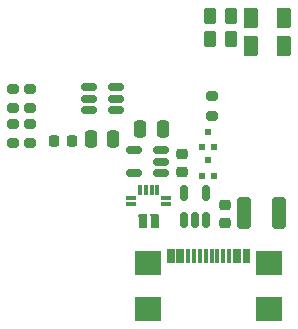
<source format=gtp>
G04 #@! TF.GenerationSoftware,KiCad,Pcbnew,7.0.9*
G04 #@! TF.CreationDate,2024-02-15T19:09:08+01:00*
G04 #@! TF.ProjectId,USBussy_Current_Probe,55534275-7373-4795-9f43-757272656e74,1.0*
G04 #@! TF.SameCoordinates,Original*
G04 #@! TF.FileFunction,Paste,Top*
G04 #@! TF.FilePolarity,Positive*
%FSLAX46Y46*%
G04 Gerber Fmt 4.6, Leading zero omitted, Abs format (unit mm)*
G04 Created by KiCad (PCBNEW 7.0.9) date 2024-02-15 19:09:08*
%MOMM*%
%LPD*%
G01*
G04 APERTURE LIST*
G04 Aperture macros list*
%AMRoundRect*
0 Rectangle with rounded corners*
0 $1 Rounding radius*
0 $2 $3 $4 $5 $6 $7 $8 $9 X,Y pos of 4 corners*
0 Add a 4 corners polygon primitive as box body*
4,1,4,$2,$3,$4,$5,$6,$7,$8,$9,$2,$3,0*
0 Add four circle primitives for the rounded corners*
1,1,$1+$1,$2,$3*
1,1,$1+$1,$4,$5*
1,1,$1+$1,$6,$7*
1,1,$1+$1,$8,$9*
0 Add four rect primitives between the rounded corners*
20,1,$1+$1,$2,$3,$4,$5,0*
20,1,$1+$1,$4,$5,$6,$7,0*
20,1,$1+$1,$6,$7,$8,$9,0*
20,1,$1+$1,$8,$9,$2,$3,0*%
%AMRotRect*
0 Rectangle, with rotation*
0 The origin of the aperture is its center*
0 $1 length*
0 $2 width*
0 $3 Rotation angle, in degrees counterclockwise*
0 Add horizontal line*
21,1,$1,$2,0,0,$3*%
G04 Aperture macros list end*
%ADD10R,0.800000X1.070000*%
%ADD11RotRect,0.282800X0.282800X135.000000*%
%ADD12R,0.600000X0.200000*%
%ADD13R,0.850000X0.300000*%
%ADD14R,0.300000X0.850000*%
%ADD15RoundRect,0.250000X0.375000X0.625000X-0.375000X0.625000X-0.375000X-0.625000X0.375000X-0.625000X0*%
%ADD16RoundRect,0.200000X0.275000X-0.200000X0.275000X0.200000X-0.275000X0.200000X-0.275000X-0.200000X0*%
%ADD17R,0.300000X1.150000*%
%ADD18R,2.180000X2.000000*%
%ADD19R,0.500000X0.600000*%
%ADD20RoundRect,0.225000X0.225000X0.250000X-0.225000X0.250000X-0.225000X-0.250000X0.225000X-0.250000X0*%
%ADD21RoundRect,0.225000X-0.250000X0.225000X-0.250000X-0.225000X0.250000X-0.225000X0.250000X0.225000X0*%
%ADD22RoundRect,0.250000X0.250000X0.475000X-0.250000X0.475000X-0.250000X-0.475000X0.250000X-0.475000X0*%
%ADD23RoundRect,0.150000X0.512500X0.150000X-0.512500X0.150000X-0.512500X-0.150000X0.512500X-0.150000X0*%
%ADD24RoundRect,0.200000X-0.275000X0.200000X-0.275000X-0.200000X0.275000X-0.200000X0.275000X0.200000X0*%
%ADD25RoundRect,0.250000X0.262500X0.450000X-0.262500X0.450000X-0.262500X-0.450000X0.262500X-0.450000X0*%
%ADD26RoundRect,0.250000X0.325000X1.100000X-0.325000X1.100000X-0.325000X-1.100000X0.325000X-1.100000X0*%
%ADD27RoundRect,0.150000X0.150000X-0.512500X0.150000X0.512500X-0.150000X0.512500X-0.150000X-0.512500X0*%
G04 APERTURE END LIST*
D10*
X49665000Y-76631000D03*
D11*
X49465000Y-76096000D03*
D12*
X49765000Y-75996000D03*
D10*
X50665000Y-76631000D03*
D11*
X50865000Y-76096000D03*
D12*
X50565000Y-75996000D03*
D13*
X51615000Y-75081000D03*
X51615000Y-74581000D03*
D14*
X50915000Y-73881000D03*
X50415000Y-73881000D03*
X49915000Y-73881000D03*
X49415000Y-73881000D03*
D13*
X48715000Y-74581000D03*
X48715000Y-75081000D03*
D15*
X61598000Y-59309000D03*
X58798000Y-59309000D03*
D16*
X40132000Y-69938400D03*
X40132000Y-68288400D03*
D17*
X51895000Y-79507000D03*
X52695000Y-79507000D03*
X53995000Y-79507000D03*
X54995000Y-79507000D03*
X55495000Y-79507000D03*
X56495000Y-79507000D03*
X57795000Y-79507000D03*
X58595000Y-79507000D03*
X58295000Y-79507000D03*
X57495000Y-79507000D03*
X56995000Y-79507000D03*
X55995000Y-79507000D03*
X54495000Y-79507000D03*
X53495000Y-79507000D03*
X52995000Y-79507000D03*
X52195000Y-79507000D03*
D18*
X50135000Y-80082000D03*
X50135000Y-84012000D03*
X60355000Y-80082000D03*
X60355000Y-84012000D03*
D19*
X54694200Y-72684400D03*
X55694200Y-72684400D03*
X55194200Y-71384400D03*
D20*
X43701000Y-69723000D03*
X42151000Y-69723000D03*
D21*
X52959000Y-70853000D03*
X52959000Y-72403000D03*
D22*
X51369000Y-68707000D03*
X49469000Y-68707000D03*
D23*
X47365500Y-67117000D03*
X47365500Y-66167000D03*
X47365500Y-65217000D03*
X45090500Y-65217000D03*
X45090500Y-66167000D03*
X45090500Y-67117000D03*
X51175500Y-72451000D03*
X51175500Y-71501000D03*
X51175500Y-70551000D03*
X48900500Y-70551000D03*
X48900500Y-72451000D03*
D15*
X61598000Y-61722000D03*
X58798000Y-61722000D03*
D24*
X40132000Y-65316600D03*
X40132000Y-66966600D03*
D25*
X57148100Y-61112400D03*
X55323100Y-61112400D03*
X57148100Y-59182000D03*
X55323100Y-59182000D03*
D24*
X38658800Y-68288400D03*
X38658800Y-69938400D03*
X55499000Y-65977000D03*
X55499000Y-67627000D03*
D22*
X47178000Y-69596000D03*
X45278000Y-69596000D03*
D19*
X54694200Y-70271400D03*
X55694200Y-70271400D03*
X55194200Y-68971400D03*
D26*
X61165000Y-75819000D03*
X58215000Y-75819000D03*
D24*
X38658800Y-65316600D03*
X38658800Y-66966600D03*
D21*
X56642000Y-75171000D03*
X56642000Y-76721000D03*
D27*
X53152000Y-76448500D03*
X54102000Y-76448500D03*
X55052000Y-76448500D03*
X55052000Y-74173500D03*
X53152000Y-74173500D03*
M02*

</source>
